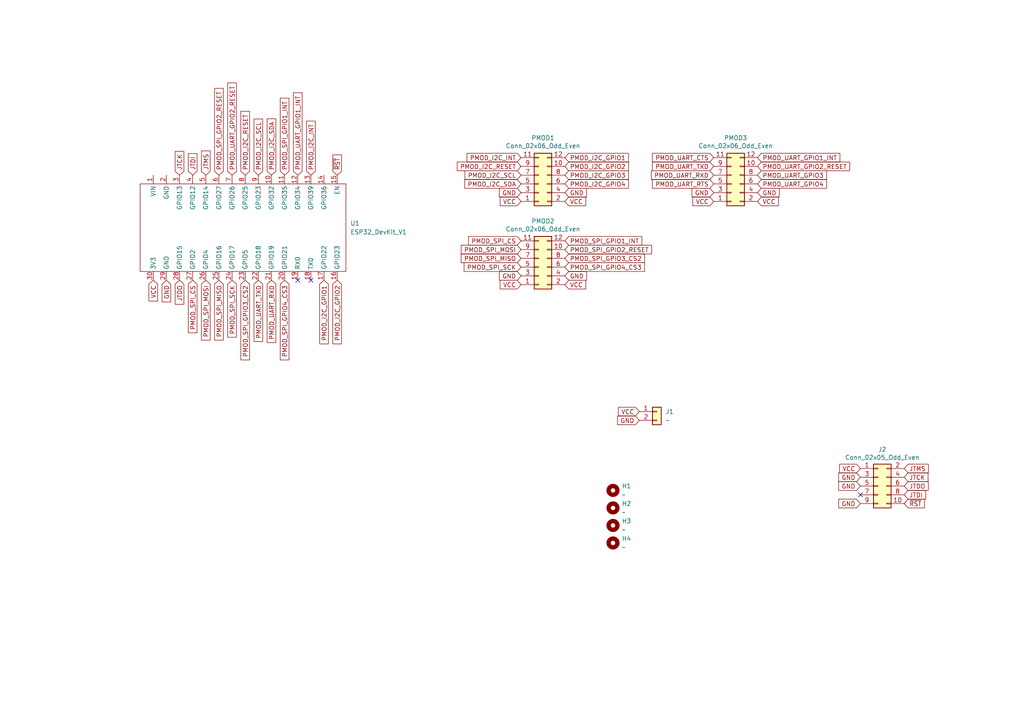
<source format=kicad_sch>
(kicad_sch (version 20211123) (generator eeschema)
  (paper "A4")
  (lib_symbols
    (symbol "AvS_Boards:ESP32_DevKit_V1"
      (property "Reference" "U" (at 0 3.81 0))
      (property "Value" "ESP32_DevKit_V1" (at 0 0 0))
      (symbol "ESP32_DevKit_V1_0_1"
        (rectangle (start -30.48 13.97) (end 29.21 -11.43))
      )
      (symbol "ESP32_DevKit_V1_1_1"
        (pin power_in line (at -26.67 16.51 270) (length 2.54) (name "VIN") (number "1"))
        (pin bidirectional line (at 7.62 16.51 270) (length 2.54) (name "GPIO32") (number "10"))
        (pin bidirectional line (at 11.43 16.51 270) (length 2.54) (name "GPIO35") (number "11"))
        (pin bidirectional line (at 15.24 16.51 270) (length 2.54) (name "GPIO34") (number "12"))
        (pin bidirectional line (at 19.05 16.51 270) (length 2.54) (name "GPIO39") (number "13"))
        (pin bidirectional line (at 22.86 16.51 270) (length 2.54) (name "GPIO36") (number "14"))
        (pin bidirectional line (at 26.67 16.51 270) (length 2.54) (name "EN") (number "15"))
        (pin bidirectional line (at 26.67 -13.97 90) (length 2.54) (name "GPIO23") (number "16"))
        (pin bidirectional line (at 22.86 -13.97 90) (length 2.54) (name "GPIO22") (number "17"))
        (pin bidirectional line (at 19.05 -13.97 90) (length 2.54) (name "TX0") (number "18"))
        (pin bidirectional line (at 15.24 -13.97 90) (length 2.54) (name "RX0") (number "19"))
        (pin power_in line (at -22.86 16.51 270) (length 2.54) (name "GND") (number "2"))
        (pin bidirectional line (at 11.43 -13.97 90) (length 2.54) (name "GPIO21") (number "20"))
        (pin bidirectional line (at 7.62 -13.97 90) (length 2.54) (name "GPIO19") (number "21"))
        (pin bidirectional line (at 3.81 -13.97 90) (length 2.54) (name "GPIO18") (number "22"))
        (pin bidirectional line (at 0 -13.97 90) (length 2.54) (name "GPIO5") (number "23"))
        (pin bidirectional line (at -3.81 -13.97 90) (length 2.54) (name "GPIO17") (number "24"))
        (pin bidirectional line (at -7.62 -13.97 90) (length 2.54) (name "GPIO16") (number "25"))
        (pin bidirectional line (at -11.43 -13.97 90) (length 2.54) (name "GPIO4") (number "26"))
        (pin bidirectional line (at -15.24 -13.97 90) (length 2.54) (name "GPIO2") (number "27"))
        (pin bidirectional line (at -19.05 -13.97 90) (length 2.54) (name "GPIO15") (number "28"))
        (pin power_in line (at -22.86 -13.97 90) (length 2.54) (name "GND") (number "29"))
        (pin bidirectional line (at -19.05 16.51 270) (length 2.54) (name "GPIO13") (number "3"))
        (pin power_out line (at -26.67 -13.97 90) (length 2.54) (name "3V3") (number "30"))
        (pin bidirectional line (at -15.24 16.51 270) (length 2.54) (name "GPIO12") (number "4"))
        (pin bidirectional line (at -11.43 16.51 270) (length 2.54) (name "GPIO14") (number "5"))
        (pin bidirectional line (at -7.62 16.51 270) (length 2.54) (name "GPIO27") (number "6"))
        (pin bidirectional line (at -3.81 16.51 270) (length 2.54) (name "GPIO26") (number "7"))
        (pin bidirectional line (at 0 16.51 270) (length 2.54) (name "GPIO25") (number "8"))
        (pin bidirectional line (at 3.81 16.51 270) (length 2.54) (name "GPIO23") (number "9"))
      )
    )
    (symbol "Connector_Generic:Conn_01x02" (pin_names (offset 1.016) hide)
      (property "Reference" "J" (at 0 2.54 0))
      (property "Value" "Conn_01x02" (at 0 -5.08 0))
      (symbol "Conn_01x02_1_1"
        (rectangle (start -1.27 -2.413) (end 0 -2.667) (stroke (width 0.1524)))
        (rectangle (start -1.27 0.127) (end 0 -0.127) (stroke (width 0.1524)))
        (rectangle (start -1.27 1.27) (end 1.27 -3.81) (stroke (width 0.254)) (fill (type background)))
        (pin passive line (at -5.08 0 0) (length 3.81) (name "Pin_1") (number "1"))
        (pin passive line (at -5.08 -2.54 0) (length 3.81) (name "Pin_2") (number "2"))
      )
    )
    (symbol "Connector_Generic:Conn_02x05_Odd_Even" (pin_names (offset 1.016) hide)
      (property "Reference" "J" (at 1.27 7.62 0))
      (property "Value" "Conn_02x05_Odd_Even" (at 1.27 -7.62 0))
      (symbol "Conn_02x05_Odd_Even_1_1"
        (rectangle (start -1.27 -4.953) (end 0 -5.207) (stroke (width 0.1524)))
        (rectangle (start -1.27 -2.413) (end 0 -2.667) (stroke (width 0.1524)))
        (rectangle (start -1.27 0.127) (end 0 -0.127) (stroke (width 0.1524)))
        (rectangle (start -1.27 2.667) (end 0 2.413) (stroke (width 0.1524)))
        (rectangle (start -1.27 5.207) (end 0 4.953) (stroke (width 0.1524)))
        (rectangle (start -1.27 6.35) (end 3.81 -6.35) (stroke (width 0.254)) (fill (type background)))
        (rectangle (start 3.81 -4.953) (end 2.54 -5.207) (stroke (width 0.1524)))
        (rectangle (start 3.81 -2.413) (end 2.54 -2.667) (stroke (width 0.1524)))
        (rectangle (start 3.81 0.127) (end 2.54 -0.127) (stroke (width 0.1524)))
        (rectangle (start 3.81 2.667) (end 2.54 2.413) (stroke (width 0.1524)))
        (rectangle (start 3.81 5.207) (end 2.54 4.953) (stroke (width 0.1524)))
        (pin passive line (at -5.08 5.08 0) (length 3.81) (name "Pin_1") (number "1"))
        (pin passive line (at 7.62 -5.08 180) (length 3.81) (name "Pin_10") (number "10"))
        (pin passive line (at 7.62 5.08 180) (length 3.81) (name "Pin_2") (number "2"))
        (pin passive line (at -5.08 2.54 0) (length 3.81) (name "Pin_3") (number "3"))
        (pin passive line (at 7.62 2.54 180) (length 3.81) (name "Pin_4") (number "4"))
        (pin passive line (at -5.08 0 0) (length 3.81) (name "Pin_5") (number "5"))
        (pin passive line (at 7.62 0 180) (length 3.81) (name "Pin_6") (number "6"))
        (pin passive line (at -5.08 -2.54 0) (length 3.81) (name "Pin_7") (number "7"))
        (pin passive line (at 7.62 -2.54 180) (length 3.81) (name "Pin_8") (number "8"))
        (pin passive line (at -5.08 -5.08 0) (length 3.81) (name "Pin_9") (number "9"))
      )
    )
    (symbol "Connector_Generic:Conn_02x06_Odd_Even" (pin_names (offset 1.016) hide)
      (property "Reference" "J" (at 1.27 7.62 0))
      (property "Value" "Conn_02x06_Odd_Even" (at 1.27 -10.16 0))
      (symbol "Conn_02x06_Odd_Even_1_1"
        (rectangle (start -1.27 -7.493) (end 0 -7.747) (stroke (width 0.1524)))
        (rectangle (start -1.27 -4.953) (end 0 -5.207) (stroke (width 0.1524)))
        (rectangle (start -1.27 -2.413) (end 0 -2.667) (stroke (width 0.1524)))
        (rectangle (start -1.27 0.127) (end 0 -0.127) (stroke (width 0.1524)))
        (rectangle (start -1.27 2.667) (end 0 2.413) (stroke (width 0.1524)))
        (rectangle (start -1.27 5.207) (end 0 4.953) (stroke (width 0.1524)))
        (rectangle (start -1.27 6.35) (end 3.81 -8.89) (stroke (width 0.254)) (fill (type background)))
        (rectangle (start 3.81 -7.493) (end 2.54 -7.747) (stroke (width 0.1524)))
        (rectangle (start 3.81 -4.953) (end 2.54 -5.207) (stroke (width 0.1524)))
        (rectangle (start 3.81 -2.413) (end 2.54 -2.667) (stroke (width 0.1524)))
        (rectangle (start 3.81 0.127) (end 2.54 -0.127) (stroke (width 0.1524)))
        (rectangle (start 3.81 2.667) (end 2.54 2.413) (stroke (width 0.1524)))
        (rectangle (start 3.81 5.207) (end 2.54 4.953) (stroke (width 0.1524)))
        (pin passive line (at -5.08 5.08 0) (length 3.81) (name "Pin_1") (number "1"))
        (pin passive line (at 7.62 -5.08 180) (length 3.81) (name "Pin_10") (number "10"))
        (pin passive line (at -5.08 -7.62 0) (length 3.81) (name "Pin_11") (number "11"))
        (pin passive line (at 7.62 -7.62 180) (length 3.81) (name "Pin_12") (number "12"))
        (pin passive line (at 7.62 5.08 180) (length 3.81) (name "Pin_2") (number "2"))
        (pin passive line (at -5.08 2.54 0) (length 3.81) (name "Pin_3") (number "3"))
        (pin passive line (at 7.62 2.54 180) (length 3.81) (name "Pin_4") (number "4"))
        (pin passive line (at -5.08 0 0) (length 3.81) (name "Pin_5") (number "5"))
        (pin passive line (at 7.62 0 180) (length 3.81) (name "Pin_6") (number "6"))
        (pin passive line (at -5.08 -2.54 0) (length 3.81) (name "Pin_7") (number "7"))
        (pin passive line (at 7.62 -2.54 180) (length 3.81) (name "Pin_8") (number "8"))
        (pin passive line (at -5.08 -5.08 0) (length 3.81) (name "Pin_9") (number "9"))
      )
    )
    (symbol "Mechanical:MountingHole" (pin_names (offset 1.016))
      (property "Reference" "H" (at 0 5.08 0))
      (property "Value" "MountingHole" (at 0 3.175 0))
      (symbol "MountingHole_0_1"
        (circle (center 0 0) (radius 1.27) (stroke (width 1.27)))
      )
    )
  )
  (no_connect (at 249.555 143.51))
  (no_connect (at 90.17 81.28))
  (no_connect (at 86.36 81.28))
  (global_label "GND" (shape input) (at 163.83 55.88 0) (property "Intersheet-verwijzingen" "${INTERSHEET_REFS}" (effects hide)))
  (global_label "JTCK" (shape input) (at 262.255 138.43 0) (property "Intersheet-verwijzingen" "${INTERSHEET_REFS}" (effects hide)))
  (global_label "JTMS" (shape input) (at 262.255 135.89 0) (property "Intersheet-verwijzingen" "${INTERSHEET_REFS}" (effects hide)))
  (global_label "PMOD_UART_GPIO1_INT" (shape input) (at 86.36 50.8 90) (property "Intersheet-verwijzingen" "${INTERSHEET_REFS}" (effects hide)))
  (global_label "PMOD_I2C_INT" (shape input) (at 151.13 45.72 180) (property "Intersheet-verwijzingen" "${INTERSHEET_REFS}" (effects hide)))
  (global_label "VCC" (shape input) (at 185.42 119.38 180) (property "Intersheet-verwijzingen" "${INTERSHEET_REFS}" (effects hide)))
  (global_label "GND" (shape input) (at 163.83 80.01 0) (property "Intersheet-verwijzingen" "${INTERSHEET_REFS}" (effects hide)))
  (global_label "PMOD_SPI_CS" (shape input) (at 55.88 81.28 270) (property "Intersheet-verwijzingen" "${INTERSHEET_REFS}" (effects hide)))
  (global_label "PMOD_UART_TXD" (shape input) (at 74.93 81.28 270) (property "Intersheet-verwijzingen" "${INTERSHEET_REFS}" (effects hide)))
  (global_label "PMOD_UART_GPIO4" (shape input) (at 219.71 53.34 0) (property "Intersheet-verwijzingen" "${INTERSHEET_REFS}" (effects hide)))
  (global_label "PMOD_SPI_GPIO2_RESET" (shape input) (at 63.5 50.8 90) (property "Intersheet-verwijzingen" "${INTERSHEET_REFS}" (effects hide)))
  (global_label "PMOD_UART_TXD" (shape input) (at 207.01 48.26 180) (property "Intersheet-verwijzingen" "${INTERSHEET_REFS}" (effects hide)))
  (global_label "PMOD_SPI_GPIO4_CS3" (shape input) (at 82.55 81.28 270) (property "Intersheet-verwijzingen" "${INTERSHEET_REFS}" (effects hide)))
  (global_label "JTCK" (shape input) (at 52.07 50.8 90) (property "Intersheet-verwijzingen" "${INTERSHEET_REFS}" (effects hide)))
  (global_label "PMOD_SPI_GPIO1_INT" (shape input) (at 163.83 69.85 0) (property "Intersheet-verwijzingen" "${INTERSHEET_REFS}" (effects hide)))
  (global_label "GND" (shape input) (at 219.71 55.88 0) (property "Intersheet-verwijzingen" "${INTERSHEET_REFS}" (effects hide)))
  (global_label "PMOD_UART_RXD" (shape input) (at 207.01 50.8 180) (property "Intersheet-verwijzingen" "${INTERSHEET_REFS}" (effects hide)))
  (global_label "PMOD_SPI_GPIO4_CS3" (shape input) (at 163.83 77.47 0) (property "Intersheet-verwijzingen" "${INTERSHEET_REFS}" (effects hide)))
  (global_label "JTDI" (shape input) (at 262.255 143.51 0) (property "Intersheet-verwijzingen" "${INTERSHEET_REFS}" (effects hide)))
  (global_label "PMOD_I2C_GPIO3" (shape input) (at 163.83 50.8 0) (property "Intersheet-verwijzingen" "${INTERSHEET_REFS}" (effects hide)))
  (global_label "PMOD_I2C_RESET" (shape input) (at 71.12 50.8 90) (property "Intersheet-verwijzingen" "${INTERSHEET_REFS}" (effects hide)))
  (global_label "PMOD_I2C_INT" (shape input) (at 90.17 50.8 90) (property "Intersheet-verwijzingen" "${INTERSHEET_REFS}" (effects hide)))
  (global_label "PMOD_SPI_GPIO1_INT" (shape input) (at 82.55 50.8 90) (property "Intersheet-verwijzingen" "${INTERSHEET_REFS}" (effects hide)))
  (global_label "PMOD_UART_GPIO1_INT" (shape input) (at 219.71 45.72 0) (property "Intersheet-verwijzingen" "${INTERSHEET_REFS}" (effects hide)))
  (global_label "PMOD_SPI_GPIO3_CS2" (shape input) (at 163.83 74.93 0) (property "Intersheet-verwijzingen" "${INTERSHEET_REFS}" (effects hide)))
  (global_label "PMOD_SPI_CS" (shape input) (at 151.13 69.85 180) (property "Intersheet-verwijzingen" "${INTERSHEET_REFS}" (effects hide)))
  (global_label "JTDI" (shape input) (at 55.88 50.8 90) (property "Intersheet-verwijzingen" "${INTERSHEET_REFS}" (effects hide)))
  (global_label "PMOD_SPI_MOSI" (shape input) (at 151.13 72.39 180) (property "Intersheet-verwijzingen" "${INTERSHEET_REFS}" (effects hide)))
  (global_label "PMOD_UART_RXD" (shape input) (at 78.74 81.28 270) (property "Intersheet-verwijzingen" "${INTERSHEET_REFS}" (effects hide)))
  (global_label "VCC" (shape input) (at 163.83 58.42 0) (property "Intersheet-verwijzingen" "${INTERSHEET_REFS}" (effects hide)))
  (global_label "PMOD_I2C_SDA" (shape input) (at 78.74 50.8 90) (property "Intersheet-verwijzingen" "${INTERSHEET_REFS}" (effects hide)))
  (global_label "GND" (shape input) (at 249.555 140.97 180) (property "Intersheet-verwijzingen" "${INTERSHEET_REFS}" (effects hide)))
  (global_label "PMOD_SPI_SCK" (shape input) (at 151.13 77.47 180) (property "Intersheet-verwijzingen" "${INTERSHEET_REFS}" (effects hide)))
  (global_label "PMOD_SPI_MOSI" (shape input) (at 59.69 81.28 270) (property "Intersheet-verwijzingen" "${INTERSHEET_REFS}" (effects hide)))
  (global_label "JTMS" (shape input) (at 59.69 50.8 90) (property "Intersheet-verwijzingen" "${INTERSHEET_REFS}" (effects hide)))
  (global_label "GND" (shape input) (at 207.01 55.88 180) (property "Intersheet-verwijzingen" "${INTERSHEET_REFS}" (effects hide)))
  (global_label "VCC" (shape input) (at 151.13 58.42 180) (property "Intersheet-verwijzingen" "${INTERSHEET_REFS}" (effects hide)))
  (global_label "PMOD_I2C_SCL" (shape input) (at 151.13 50.8 180) (property "Intersheet-verwijzingen" "${INTERSHEET_REFS}" (effects hide)))
  (global_label "PMOD_I2C_GPIO2" (shape input) (at 97.79 81.28 270) (property "Intersheet-verwijzingen" "${INTERSHEET_REFS}" (effects hide)))
  (global_label "VCC" (shape input) (at 249.555 135.89 180) (property "Intersheet-verwijzingen" "${INTERSHEET_REFS}" (effects hide)))
  (global_label "PMOD_I2C_GPIO4" (shape input) (at 163.83 53.34 0) (property "Intersheet-verwijzingen" "${INTERSHEET_REFS}" (effects hide)))
  (global_label "VCC" (shape input) (at 207.01 58.42 180) (property "Intersheet-verwijzingen" "${INTERSHEET_REFS}" (effects hide)))
  (global_label "PMOD_UART_CTS" (shape input) (at 207.01 45.72 180) (property "Intersheet-verwijzingen" "${INTERSHEET_REFS}" (effects hide)))
  (global_label "PMOD_SPI_MISO" (shape input) (at 151.13 74.93 180) (property "Intersheet-verwijzingen" "${INTERSHEET_REFS}" (effects hide)))
  (global_label "PMOD_UART_RTS" (shape input) (at 207.01 53.34 180) (property "Intersheet-verwijzingen" "${INTERSHEET_REFS}" (effects hide)))
  (global_label "PMOD_SPI_GPIO2_RESET" (shape input) (at 163.83 72.39 0) (property "Intersheet-verwijzingen" "${INTERSHEET_REFS}" (effects hide)))
  (global_label "PMOD_I2C_GPIO1" (shape input) (at 93.98 81.28 270) (property "Intersheet-verwijzingen" "${INTERSHEET_REFS}" (effects hide)))
  (global_label "PMOD_SPI_SCK" (shape input) (at 67.31 81.28 270) (property "Intersheet-verwijzingen" "${INTERSHEET_REFS}" (effects hide)))
  (global_label "PMOD_SPI_MISO" (shape input) (at 63.5 81.28 270) (property "Intersheet-verwijzingen" "${INTERSHEET_REFS}" (effects hide)))
  (global_label "GND" (shape input) (at 48.26 81.28 270) (property "Intersheet-verwijzingen" "${INTERSHEET_REFS}" (effects hide)))
  (global_label "~{RST}" (shape input) (at 97.79 50.8 90) (property "Intersheet-verwijzingen" "${INTERSHEET_REFS}" (effects hide)))
  (global_label "GND" (shape input) (at 249.555 146.05 180) (property "Intersheet-verwijzingen" "${INTERSHEET_REFS}" (effects hide)))
  (global_label "PMOD_UART_GPIO2_RESET" (shape input) (at 219.71 48.26 0) (property "Intersheet-verwijzingen" "${INTERSHEET_REFS}" (effects hide)))
  (global_label "VCC" (shape input) (at 44.45 81.28 270) (property "Intersheet-verwijzingen" "${INTERSHEET_REFS}" (effects hide)))
  (global_label "JTDO" (shape input) (at 52.07 81.28 270) (property "Intersheet-verwijzingen" "${INTERSHEET_REFS}" (effects hide)))
  (global_label "GND" (shape input) (at 151.13 80.01 180) (property "Intersheet-verwijzingen" "${INTERSHEET_REFS}" (effects hide)))
  (global_label "PMOD_UART_GPIO3" (shape input) (at 219.71 50.8 0) (property "Intersheet-verwijzingen" "${INTERSHEET_REFS}" (effects hide)))
  (global_label "JTDO" (shape input) (at 262.255 140.97 0) (property "Intersheet-verwijzingen" "${INTERSHEET_REFS}" (effects hide)))
  (global_label "PMOD_SPI_GPIO3_CS2" (shape input) (at 71.12 81.28 270) (property "Intersheet-verwijzingen" "${INTERSHEET_REFS}" (effects hide)))
  (global_label "PMOD_I2C_SDA" (shape input) (at 151.13 53.34 180) (property "Intersheet-verwijzingen" "${INTERSHEET_REFS}" (effects hide)))
  (global_label "GND" (shape input) (at 151.13 55.88 180) (property "Intersheet-verwijzingen" "${INTERSHEET_REFS}" (effects hide)))
  (global_label "PMOD_I2C_RESET" (shape input) (at 151.13 48.26 180) (property "Intersheet-verwijzingen" "${INTERSHEET_REFS}" (effects hide)))
  (global_label "GND" (shape input) (at 249.555 138.43 180) (property "Intersheet-verwijzingen" "${INTERSHEET_REFS}" (effects hide)))
  (global_label "~{RST}" (shape input) (at 262.255 146.05 0) (property "Intersheet-verwijzingen" "${INTERSHEET_REFS}" (effects hide)))
  (global_label "PMOD_I2C_GPIO2" (shape input) (at 163.83 48.26 0) (property "Intersheet-verwijzingen" "${INTERSHEET_REFS}" (effects hide)))
  (global_label "PMOD_I2C_GPIO1" (shape input) (at 163.83 45.72 0) (property "Intersheet-verwijzingen" "${INTERSHEET_REFS}" (effects hide)))
  (global_label "VCC" (shape input) (at 151.13 82.55 180) (property "Intersheet-verwijzingen" "${INTERSHEET_REFS}" (effects hide)))
  (global_label "VCC" (shape input) (at 219.71 58.42 0) (property "Intersheet-verwijzingen" "${INTERSHEET_REFS}" (effects hide)))
  (global_label "VCC" (shape input) (at 163.83 82.55 0) (property "Intersheet-verwijzingen" "${INTERSHEET_REFS}" (effects hide)))
  (global_label "GND" (shape input) (at 185.42 121.92 180) (property "Intersheet-verwijzingen" "${INTERSHEET_REFS}" (effects hide)))
  (global_label "PMOD_UART_GPIO2_RESET" (shape input) (at 67.31 50.8 90) (property "Intersheet-verwijzingen" "${INTERSHEET_REFS}" (effects hide)))
  (global_label "PMOD_I2C_SCL" (shape input) (at 74.93 50.8 90) (property "Intersheet-verwijzingen" "${INTERSHEET_REFS}" (effects hide)))
  (symbol (lib_id "Connector_Generic:Conn_02x06_Odd_Even") (at 156.21 53.34 0) (mirror x) (unit 1)
    (property "Reference" "PMOD1" (at 157.48 40.005 0))
    (property "Value" "Conn_02x06_Odd_Even" (at 157.48 42.3164 0))
    (property "Footprint" "Connector_PinSocket_2.54mm:PinSocket_2x06_P2.54mm_Horizontal" (effects hide))
  )
  (symbol (lib_id "Connector_Generic:Conn_02x06_Odd_Even") (at 156.21 77.47 0) (mirror x) (unit 1)
    (property "Reference" "PMOD2" (at 157.48 64.135 0))
    (property "Value" "Conn_02x06_Odd_Even" (at 157.48 66.4464 0))
    (property "Footprint" "Connector_PinSocket_2.54mm:PinSocket_2x06_P2.54mm_Horizontal" (effects hide))
  )
  (symbol (lib_id "Connector_Generic:Conn_02x06_Odd_Even") (at 212.09 53.34 0) (mirror x) (unit 1)
    (property "Reference" "PMOD3" (at 213.36 40.005 0))
    (property "Value" "Conn_02x06_Odd_Even" (at 213.36 42.3164 0))
    (property "Footprint" "Connector_PinSocket_2.54mm:PinSocket_2x06_P2.54mm_Horizontal" (effects hide))
  )
  (symbol (lib_id "Mechanical:MountingHole") (at 177.8 142.24 0) (unit 1)
    (property "Reference" "H1" (at 180.34 140.9699 0) (effects (justify left)))
    (property "Value" "~" (at 180.34 143.5099 0) (effects (justify left)))
    (property "Footprint" "MountingHole:MountingHole_3.2mm_M3_Pad_Via" (effects hide))
  )
  (symbol (lib_id "Connector_Generic:Conn_01x02") (at 190.5 119.38 0) (unit 1)
    (property "Reference" "J1" (at 193.04 119.3799 0) (effects (justify left)))
    (property "Value" "~" (at 193.04 121.9199 0) (effects (justify left)))
    (property "Footprint" "Connector_PinHeader_2.54mm:PinHeader_1x02_P2.54mm_Vertical" (effects hide))
  )
  (symbol (lib_id "Mechanical:MountingHole") (at 177.8 152.4 0) (unit 1)
    (property "Reference" "H3" (at 180.34 151.1299 0) (effects (justify left)))
    (property "Value" "~" (at 180.34 153.6699 0) (effects (justify left)))
    (property "Footprint" "MountingHole:MountingHole_3.2mm_M3_Pad_Via" (effects hide))
  )
  (symbol (lib_id "AvS_Boards:ESP32_DevKit_V1") (at 71.12 67.31 0) (unit 1)
    (property "Reference" "U1" (at 101.6 64.7699 0) (effects (justify left)))
    (property "Value" "ESP32_DevKit_V1" (at 101.6 67.3099 0) (effects (justify left)))
    (property "Footprint" "AvS_CoreBoards:ESP32_DevKit_V1_Combine" (effects hide))
  )
  (symbol (lib_id "Mechanical:MountingHole") (at 177.8 147.32 0) (unit 1)
    (property "Reference" "H2" (at 180.34 146.0499 0) (effects (justify left)))
    (property "Value" "~" (at 180.34 148.5899 0) (effects (justify left)))
    (property "Footprint" "MountingHole:MountingHole_3.2mm_M3_Pad_Via" (effects hide))
  )
  (symbol (lib_id "Connector_Generic:Conn_02x05_Odd_Even") (at 254.635 140.97 0) (unit 1)
    (property "Reference" "J2" (at 255.905 130.3782 0))
    (property "Value" "Conn_02x05_Odd_Even" (at 255.905 132.6896 0))
    (property "Footprint" "Connector_PinHeader_1.27mm:PinHeader_2x05_P1.27mm_Vertical" (effects hide))
  )
  (symbol (lib_id "Mechanical:MountingHole") (at 177.8 157.48 0) (unit 1)
    (property "Reference" "H4" (at 180.34 156.2099 0) (effects (justify left)))
    (property "Value" "~" (at 180.34 158.7499 0) (effects (justify left)))
    (property "Footprint" "MountingHole:MountingHole_3.2mm_M3_Pad_Via" (effects hide))
  )
)
</source>
